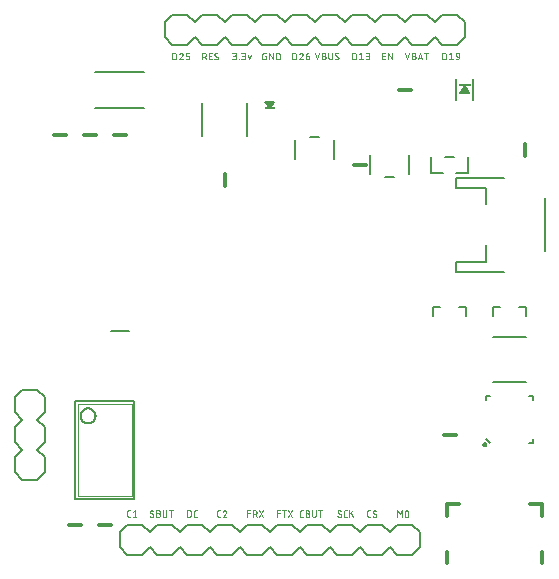
<source format=gto>
G75*
%MOIN*%
%OFA0B0*%
%FSLAX25Y25*%
%IPPOS*%
%LPD*%
%AMOC8*
5,1,8,0,0,1.08239X$1,22.5*
%
%ADD10C,0.00200*%
%ADD11C,0.01200*%
%ADD12C,0.00800*%
%ADD13R,0.03500X0.00750*%
%ADD14C,0.00600*%
%ADD15R,0.03937X0.00787*%
D10*
X0033913Y0036094D02*
X0051913Y0036094D01*
X0051913Y0066598D01*
X0033913Y0066598D01*
X0033913Y0036094D01*
X0050513Y0030658D02*
X0050513Y0029435D01*
X0050515Y0029392D01*
X0050520Y0029350D01*
X0050530Y0029308D01*
X0050542Y0029268D01*
X0050559Y0029228D01*
X0050579Y0029191D01*
X0050601Y0029155D01*
X0050627Y0029121D01*
X0050656Y0029089D01*
X0050688Y0029060D01*
X0050722Y0029034D01*
X0050758Y0029012D01*
X0050795Y0028992D01*
X0050835Y0028975D01*
X0050875Y0028963D01*
X0050917Y0028953D01*
X0050959Y0028948D01*
X0051002Y0028946D01*
X0051491Y0028946D01*
X0052320Y0028946D02*
X0053542Y0028946D01*
X0052931Y0028946D02*
X0052931Y0031146D01*
X0052320Y0030658D01*
X0051491Y0031146D02*
X0051002Y0031146D01*
X0051002Y0031147D02*
X0050959Y0031145D01*
X0050917Y0031140D01*
X0050875Y0031130D01*
X0050835Y0031118D01*
X0050795Y0031101D01*
X0050757Y0031081D01*
X0050722Y0031059D01*
X0050688Y0031033D01*
X0050656Y0031004D01*
X0050627Y0030972D01*
X0050601Y0030938D01*
X0050579Y0030902D01*
X0050559Y0030865D01*
X0050542Y0030825D01*
X0050530Y0030785D01*
X0050520Y0030743D01*
X0050515Y0030701D01*
X0050513Y0030658D01*
X0058319Y0030230D02*
X0058991Y0029863D01*
X0058747Y0028946D02*
X0058684Y0028948D01*
X0058622Y0028954D01*
X0058560Y0028963D01*
X0058499Y0028976D01*
X0058438Y0028993D01*
X0058379Y0029014D01*
X0058321Y0029038D01*
X0058265Y0029066D01*
X0058210Y0029097D01*
X0058157Y0029131D01*
X0058107Y0029168D01*
X0058059Y0029208D01*
X0058014Y0029252D01*
X0058991Y0029863D02*
X0059027Y0029840D01*
X0059061Y0029813D01*
X0059093Y0029784D01*
X0059122Y0029752D01*
X0059148Y0029718D01*
X0059171Y0029682D01*
X0059190Y0029643D01*
X0059207Y0029604D01*
X0059219Y0029563D01*
X0059229Y0029521D01*
X0059234Y0029478D01*
X0059236Y0029435D01*
X0059234Y0029392D01*
X0059229Y0029350D01*
X0059219Y0029308D01*
X0059207Y0029268D01*
X0059190Y0029228D01*
X0059170Y0029191D01*
X0059148Y0029155D01*
X0059122Y0029121D01*
X0059093Y0029089D01*
X0059061Y0029060D01*
X0059027Y0029034D01*
X0058992Y0029012D01*
X0058954Y0028992D01*
X0058914Y0028975D01*
X0058874Y0028963D01*
X0058832Y0028953D01*
X0058790Y0028948D01*
X0058747Y0028946D01*
X0059113Y0030964D02*
X0059065Y0030997D01*
X0059014Y0031028D01*
X0058962Y0031056D01*
X0058908Y0031079D01*
X0058853Y0031100D01*
X0058796Y0031117D01*
X0058739Y0031130D01*
X0058681Y0031139D01*
X0058622Y0031145D01*
X0058563Y0031147D01*
X0058520Y0031145D01*
X0058478Y0031140D01*
X0058436Y0031130D01*
X0058396Y0031118D01*
X0058356Y0031101D01*
X0058319Y0031081D01*
X0058283Y0031059D01*
X0058249Y0031033D01*
X0058217Y0031004D01*
X0058188Y0030972D01*
X0058162Y0030938D01*
X0058140Y0030903D01*
X0058120Y0030865D01*
X0058103Y0030825D01*
X0058091Y0030785D01*
X0058081Y0030743D01*
X0058076Y0030701D01*
X0058074Y0030658D01*
X0058076Y0030615D01*
X0058081Y0030572D01*
X0058091Y0030530D01*
X0058103Y0030489D01*
X0058120Y0030450D01*
X0058139Y0030411D01*
X0058162Y0030375D01*
X0058188Y0030341D01*
X0058217Y0030309D01*
X0058249Y0030280D01*
X0058283Y0030253D01*
X0058319Y0030230D01*
X0060206Y0030169D02*
X0060817Y0030169D01*
X0060860Y0030171D01*
X0060902Y0030176D01*
X0060944Y0030186D01*
X0060984Y0030198D01*
X0061024Y0030215D01*
X0061062Y0030235D01*
X0061097Y0030257D01*
X0061131Y0030283D01*
X0061163Y0030312D01*
X0061192Y0030344D01*
X0061218Y0030378D01*
X0061240Y0030414D01*
X0061260Y0030451D01*
X0061277Y0030491D01*
X0061289Y0030531D01*
X0061299Y0030573D01*
X0061304Y0030615D01*
X0061306Y0030658D01*
X0061304Y0030701D01*
X0061299Y0030743D01*
X0061289Y0030785D01*
X0061277Y0030825D01*
X0061260Y0030865D01*
X0061240Y0030903D01*
X0061218Y0030938D01*
X0061192Y0030972D01*
X0061163Y0031004D01*
X0061131Y0031033D01*
X0061097Y0031059D01*
X0061062Y0031081D01*
X0061024Y0031101D01*
X0060984Y0031118D01*
X0060944Y0031130D01*
X0060902Y0031140D01*
X0060860Y0031145D01*
X0060817Y0031147D01*
X0060817Y0031146D02*
X0060206Y0031146D01*
X0060206Y0028946D01*
X0060817Y0028946D01*
X0060817Y0028947D02*
X0060865Y0028949D01*
X0060913Y0028955D01*
X0060960Y0028964D01*
X0061006Y0028977D01*
X0061051Y0028994D01*
X0061094Y0029014D01*
X0061136Y0029037D01*
X0061176Y0029064D01*
X0061214Y0029093D01*
X0061249Y0029126D01*
X0061282Y0029161D01*
X0061311Y0029199D01*
X0061338Y0029239D01*
X0061361Y0029281D01*
X0061381Y0029324D01*
X0061398Y0029369D01*
X0061411Y0029415D01*
X0061420Y0029462D01*
X0061426Y0029510D01*
X0061428Y0029558D01*
X0061426Y0029606D01*
X0061420Y0029654D01*
X0061411Y0029701D01*
X0061398Y0029747D01*
X0061381Y0029792D01*
X0061361Y0029835D01*
X0061338Y0029877D01*
X0061311Y0029917D01*
X0061282Y0029955D01*
X0061249Y0029990D01*
X0061214Y0030023D01*
X0061176Y0030052D01*
X0061136Y0030079D01*
X0061094Y0030102D01*
X0061051Y0030122D01*
X0061006Y0030139D01*
X0060960Y0030152D01*
X0060913Y0030161D01*
X0060865Y0030167D01*
X0060817Y0030169D01*
X0062333Y0029558D02*
X0062333Y0031146D01*
X0063556Y0031146D02*
X0063556Y0029558D01*
X0063555Y0029558D02*
X0063553Y0029510D01*
X0063547Y0029462D01*
X0063538Y0029415D01*
X0063525Y0029369D01*
X0063508Y0029324D01*
X0063488Y0029281D01*
X0063465Y0029239D01*
X0063438Y0029199D01*
X0063409Y0029161D01*
X0063376Y0029126D01*
X0063341Y0029093D01*
X0063303Y0029064D01*
X0063263Y0029037D01*
X0063221Y0029014D01*
X0063178Y0028994D01*
X0063133Y0028977D01*
X0063087Y0028964D01*
X0063040Y0028955D01*
X0062992Y0028949D01*
X0062944Y0028947D01*
X0062896Y0028949D01*
X0062848Y0028955D01*
X0062801Y0028964D01*
X0062755Y0028977D01*
X0062710Y0028994D01*
X0062667Y0029014D01*
X0062625Y0029037D01*
X0062585Y0029064D01*
X0062547Y0029093D01*
X0062512Y0029126D01*
X0062479Y0029161D01*
X0062450Y0029199D01*
X0062423Y0029239D01*
X0062400Y0029281D01*
X0062380Y0029324D01*
X0062363Y0029369D01*
X0062350Y0029415D01*
X0062341Y0029462D01*
X0062335Y0029510D01*
X0062333Y0029558D01*
X0064421Y0031146D02*
X0065644Y0031146D01*
X0065032Y0031146D02*
X0065032Y0028946D01*
X0070513Y0028946D02*
X0071124Y0028946D01*
X0070513Y0028946D02*
X0070513Y0031146D01*
X0071124Y0031146D01*
X0071172Y0031144D01*
X0071220Y0031138D01*
X0071267Y0031129D01*
X0071313Y0031116D01*
X0071358Y0031099D01*
X0071401Y0031079D01*
X0071443Y0031056D01*
X0071483Y0031029D01*
X0071521Y0031000D01*
X0071556Y0030967D01*
X0071589Y0030932D01*
X0071618Y0030894D01*
X0071645Y0030854D01*
X0071668Y0030812D01*
X0071688Y0030769D01*
X0071705Y0030724D01*
X0071718Y0030678D01*
X0071727Y0030631D01*
X0071733Y0030583D01*
X0071735Y0030535D01*
X0071736Y0030535D02*
X0071736Y0029558D01*
X0071735Y0029558D02*
X0071733Y0029510D01*
X0071727Y0029462D01*
X0071718Y0029415D01*
X0071705Y0029369D01*
X0071688Y0029324D01*
X0071668Y0029281D01*
X0071645Y0029239D01*
X0071618Y0029199D01*
X0071589Y0029161D01*
X0071556Y0029126D01*
X0071521Y0029093D01*
X0071483Y0029064D01*
X0071443Y0029037D01*
X0071401Y0029014D01*
X0071358Y0028994D01*
X0071313Y0028977D01*
X0071267Y0028964D01*
X0071220Y0028955D01*
X0071172Y0028949D01*
X0071124Y0028947D01*
X0072739Y0029435D02*
X0072739Y0030658D01*
X0072741Y0030701D01*
X0072746Y0030743D01*
X0072756Y0030785D01*
X0072768Y0030825D01*
X0072785Y0030865D01*
X0072805Y0030902D01*
X0072827Y0030938D01*
X0072853Y0030972D01*
X0072882Y0031004D01*
X0072914Y0031033D01*
X0072948Y0031059D01*
X0072983Y0031081D01*
X0073021Y0031101D01*
X0073061Y0031118D01*
X0073101Y0031130D01*
X0073143Y0031140D01*
X0073185Y0031145D01*
X0073228Y0031147D01*
X0073228Y0031146D02*
X0073717Y0031146D01*
X0072739Y0029435D02*
X0072741Y0029392D01*
X0072746Y0029350D01*
X0072756Y0029308D01*
X0072768Y0029268D01*
X0072785Y0029228D01*
X0072805Y0029191D01*
X0072827Y0029155D01*
X0072853Y0029121D01*
X0072882Y0029089D01*
X0072914Y0029060D01*
X0072948Y0029034D01*
X0072984Y0029012D01*
X0073021Y0028992D01*
X0073061Y0028975D01*
X0073101Y0028963D01*
X0073143Y0028953D01*
X0073185Y0028948D01*
X0073228Y0028946D01*
X0073717Y0028946D01*
X0080513Y0029435D02*
X0080513Y0030658D01*
X0080515Y0030701D01*
X0080520Y0030743D01*
X0080530Y0030785D01*
X0080542Y0030825D01*
X0080559Y0030865D01*
X0080579Y0030902D01*
X0080601Y0030938D01*
X0080627Y0030972D01*
X0080656Y0031004D01*
X0080688Y0031033D01*
X0080722Y0031059D01*
X0080757Y0031081D01*
X0080795Y0031101D01*
X0080835Y0031118D01*
X0080875Y0031130D01*
X0080917Y0031140D01*
X0080959Y0031145D01*
X0081002Y0031147D01*
X0081002Y0031146D02*
X0081491Y0031146D01*
X0083359Y0030168D02*
X0083392Y0030202D01*
X0083422Y0030239D01*
X0083450Y0030279D01*
X0083474Y0030320D01*
X0083494Y0030363D01*
X0083511Y0030408D01*
X0083525Y0030454D01*
X0083534Y0030501D01*
X0083540Y0030548D01*
X0083542Y0030596D01*
X0083359Y0030169D02*
X0082320Y0028946D01*
X0083542Y0028946D01*
X0082319Y0030658D02*
X0082337Y0030707D01*
X0082359Y0030755D01*
X0082384Y0030801D01*
X0082412Y0030844D01*
X0082444Y0030886D01*
X0082478Y0030926D01*
X0082515Y0030962D01*
X0082555Y0030996D01*
X0082598Y0031027D01*
X0082642Y0031054D01*
X0082688Y0031078D01*
X0082736Y0031099D01*
X0082786Y0031116D01*
X0082836Y0031130D01*
X0082888Y0031139D01*
X0082940Y0031145D01*
X0082992Y0031147D01*
X0082992Y0031146D02*
X0083037Y0031144D01*
X0083083Y0031138D01*
X0083127Y0031129D01*
X0083171Y0031116D01*
X0083213Y0031100D01*
X0083254Y0031080D01*
X0083293Y0031056D01*
X0083330Y0031030D01*
X0083365Y0031001D01*
X0083397Y0030969D01*
X0083426Y0030934D01*
X0083452Y0030897D01*
X0083476Y0030858D01*
X0083496Y0030817D01*
X0083512Y0030775D01*
X0083525Y0030731D01*
X0083534Y0030687D01*
X0083540Y0030641D01*
X0083542Y0030596D01*
X0081491Y0028946D02*
X0081002Y0028946D01*
X0080959Y0028948D01*
X0080917Y0028953D01*
X0080875Y0028963D01*
X0080835Y0028975D01*
X0080795Y0028992D01*
X0080758Y0029012D01*
X0080722Y0029034D01*
X0080688Y0029060D01*
X0080656Y0029089D01*
X0080627Y0029121D01*
X0080601Y0029155D01*
X0080579Y0029191D01*
X0080559Y0029228D01*
X0080542Y0029268D01*
X0080530Y0029308D01*
X0080520Y0029350D01*
X0080515Y0029392D01*
X0080513Y0029435D01*
X0090513Y0028946D02*
X0090513Y0031146D01*
X0091491Y0031146D01*
X0092395Y0031146D02*
X0092395Y0028946D01*
X0092395Y0029924D02*
X0093006Y0029924D01*
X0093129Y0029924D02*
X0093617Y0028946D01*
X0094419Y0028946D02*
X0095885Y0031146D01*
X0094419Y0031146D02*
X0095885Y0028946D01*
X0093006Y0029924D02*
X0093054Y0029926D01*
X0093102Y0029932D01*
X0093149Y0029941D01*
X0093195Y0029954D01*
X0093240Y0029971D01*
X0093283Y0029991D01*
X0093325Y0030014D01*
X0093365Y0030041D01*
X0093403Y0030070D01*
X0093438Y0030103D01*
X0093471Y0030138D01*
X0093500Y0030176D01*
X0093527Y0030216D01*
X0093550Y0030258D01*
X0093570Y0030301D01*
X0093587Y0030346D01*
X0093600Y0030392D01*
X0093609Y0030439D01*
X0093615Y0030487D01*
X0093617Y0030535D01*
X0093615Y0030583D01*
X0093609Y0030631D01*
X0093600Y0030678D01*
X0093587Y0030724D01*
X0093570Y0030769D01*
X0093550Y0030812D01*
X0093527Y0030854D01*
X0093500Y0030894D01*
X0093471Y0030932D01*
X0093438Y0030967D01*
X0093403Y0031000D01*
X0093365Y0031029D01*
X0093325Y0031056D01*
X0093283Y0031079D01*
X0093240Y0031099D01*
X0093195Y0031116D01*
X0093149Y0031129D01*
X0093102Y0031138D01*
X0093054Y0031144D01*
X0093006Y0031146D01*
X0092395Y0031146D01*
X0091491Y0030169D02*
X0090513Y0030169D01*
X0100513Y0030169D02*
X0101491Y0030169D01*
X0101491Y0031146D02*
X0100513Y0031146D01*
X0100513Y0028946D01*
X0102776Y0028946D02*
X0102776Y0031146D01*
X0102165Y0031146D02*
X0103387Y0031146D01*
X0104059Y0031146D02*
X0105525Y0028946D01*
X0104059Y0028946D02*
X0105525Y0031146D01*
X0108013Y0030658D02*
X0108013Y0029435D01*
X0108015Y0029392D01*
X0108020Y0029350D01*
X0108030Y0029308D01*
X0108042Y0029268D01*
X0108059Y0029228D01*
X0108079Y0029191D01*
X0108101Y0029155D01*
X0108127Y0029121D01*
X0108156Y0029089D01*
X0108188Y0029060D01*
X0108222Y0029034D01*
X0108258Y0029012D01*
X0108295Y0028992D01*
X0108335Y0028975D01*
X0108375Y0028963D01*
X0108417Y0028953D01*
X0108459Y0028948D01*
X0108502Y0028946D01*
X0108991Y0028946D01*
X0109924Y0028946D02*
X0109924Y0031146D01*
X0110536Y0031146D01*
X0110536Y0031147D02*
X0110579Y0031145D01*
X0110621Y0031140D01*
X0110663Y0031130D01*
X0110703Y0031118D01*
X0110743Y0031101D01*
X0110781Y0031081D01*
X0110816Y0031059D01*
X0110850Y0031033D01*
X0110882Y0031004D01*
X0110911Y0030972D01*
X0110937Y0030938D01*
X0110959Y0030903D01*
X0110979Y0030865D01*
X0110996Y0030825D01*
X0111008Y0030785D01*
X0111018Y0030743D01*
X0111023Y0030701D01*
X0111025Y0030658D01*
X0111023Y0030615D01*
X0111018Y0030573D01*
X0111008Y0030531D01*
X0110996Y0030491D01*
X0110979Y0030451D01*
X0110959Y0030414D01*
X0110937Y0030378D01*
X0110911Y0030344D01*
X0110882Y0030312D01*
X0110850Y0030283D01*
X0110816Y0030257D01*
X0110781Y0030235D01*
X0110743Y0030215D01*
X0110703Y0030198D01*
X0110663Y0030186D01*
X0110621Y0030176D01*
X0110579Y0030171D01*
X0110536Y0030169D01*
X0109924Y0030169D01*
X0110536Y0030169D02*
X0110584Y0030167D01*
X0110632Y0030161D01*
X0110679Y0030152D01*
X0110725Y0030139D01*
X0110770Y0030122D01*
X0110813Y0030102D01*
X0110855Y0030079D01*
X0110895Y0030052D01*
X0110933Y0030023D01*
X0110968Y0029990D01*
X0111001Y0029955D01*
X0111030Y0029917D01*
X0111057Y0029877D01*
X0111080Y0029835D01*
X0111100Y0029792D01*
X0111117Y0029747D01*
X0111130Y0029701D01*
X0111139Y0029654D01*
X0111145Y0029606D01*
X0111147Y0029558D01*
X0111145Y0029510D01*
X0111139Y0029462D01*
X0111130Y0029415D01*
X0111117Y0029369D01*
X0111100Y0029324D01*
X0111080Y0029281D01*
X0111057Y0029239D01*
X0111030Y0029199D01*
X0111001Y0029161D01*
X0110968Y0029126D01*
X0110933Y0029093D01*
X0110895Y0029064D01*
X0110855Y0029037D01*
X0110813Y0029014D01*
X0110770Y0028994D01*
X0110725Y0028977D01*
X0110679Y0028964D01*
X0110632Y0028955D01*
X0110584Y0028949D01*
X0110536Y0028947D01*
X0110536Y0028946D02*
X0109924Y0028946D01*
X0112052Y0029558D02*
X0112052Y0031146D01*
X0113274Y0031146D02*
X0113274Y0029558D01*
X0113272Y0029510D01*
X0113266Y0029462D01*
X0113257Y0029415D01*
X0113244Y0029369D01*
X0113227Y0029324D01*
X0113207Y0029281D01*
X0113184Y0029239D01*
X0113157Y0029199D01*
X0113128Y0029161D01*
X0113095Y0029126D01*
X0113060Y0029093D01*
X0113022Y0029064D01*
X0112982Y0029037D01*
X0112940Y0029014D01*
X0112897Y0028994D01*
X0112852Y0028977D01*
X0112806Y0028964D01*
X0112759Y0028955D01*
X0112711Y0028949D01*
X0112663Y0028947D01*
X0112615Y0028949D01*
X0112567Y0028955D01*
X0112520Y0028964D01*
X0112474Y0028977D01*
X0112429Y0028994D01*
X0112386Y0029014D01*
X0112344Y0029037D01*
X0112304Y0029064D01*
X0112266Y0029093D01*
X0112231Y0029126D01*
X0112198Y0029161D01*
X0112169Y0029199D01*
X0112142Y0029239D01*
X0112119Y0029281D01*
X0112099Y0029324D01*
X0112082Y0029369D01*
X0112069Y0029415D01*
X0112060Y0029462D01*
X0112054Y0029510D01*
X0112052Y0029558D01*
X0114140Y0031146D02*
X0115362Y0031146D01*
X0114751Y0031146D02*
X0114751Y0028946D01*
X0108991Y0031146D02*
X0108502Y0031146D01*
X0108502Y0031147D02*
X0108459Y0031145D01*
X0108417Y0031140D01*
X0108375Y0031130D01*
X0108335Y0031118D01*
X0108295Y0031101D01*
X0108257Y0031081D01*
X0108222Y0031059D01*
X0108188Y0031033D01*
X0108156Y0031004D01*
X0108127Y0030972D01*
X0108101Y0030938D01*
X0108079Y0030902D01*
X0108059Y0030865D01*
X0108042Y0030825D01*
X0108030Y0030785D01*
X0108020Y0030743D01*
X0108015Y0030701D01*
X0108013Y0030658D01*
X0120819Y0030230D02*
X0121491Y0029863D01*
X0121247Y0028946D02*
X0121184Y0028948D01*
X0121122Y0028954D01*
X0121060Y0028963D01*
X0120999Y0028976D01*
X0120938Y0028993D01*
X0120879Y0029014D01*
X0120821Y0029038D01*
X0120765Y0029066D01*
X0120710Y0029097D01*
X0120657Y0029131D01*
X0120607Y0029168D01*
X0120559Y0029208D01*
X0120514Y0029252D01*
X0121491Y0029863D02*
X0121527Y0029840D01*
X0121561Y0029813D01*
X0121593Y0029784D01*
X0121622Y0029752D01*
X0121648Y0029718D01*
X0121671Y0029682D01*
X0121690Y0029643D01*
X0121707Y0029604D01*
X0121719Y0029563D01*
X0121729Y0029521D01*
X0121734Y0029478D01*
X0121736Y0029435D01*
X0121734Y0029392D01*
X0121729Y0029350D01*
X0121719Y0029308D01*
X0121707Y0029268D01*
X0121690Y0029228D01*
X0121670Y0029191D01*
X0121648Y0029155D01*
X0121622Y0029121D01*
X0121593Y0029089D01*
X0121561Y0029060D01*
X0121527Y0029034D01*
X0121492Y0029012D01*
X0121454Y0028992D01*
X0121414Y0028975D01*
X0121374Y0028963D01*
X0121332Y0028953D01*
X0121290Y0028948D01*
X0121247Y0028946D01*
X0121613Y0030964D02*
X0121565Y0030997D01*
X0121514Y0031028D01*
X0121462Y0031056D01*
X0121408Y0031079D01*
X0121353Y0031100D01*
X0121296Y0031117D01*
X0121239Y0031130D01*
X0121181Y0031139D01*
X0121122Y0031145D01*
X0121063Y0031147D01*
X0121020Y0031145D01*
X0120978Y0031140D01*
X0120936Y0031130D01*
X0120896Y0031118D01*
X0120856Y0031101D01*
X0120819Y0031081D01*
X0120783Y0031059D01*
X0120749Y0031033D01*
X0120717Y0031004D01*
X0120688Y0030972D01*
X0120662Y0030938D01*
X0120640Y0030903D01*
X0120620Y0030865D01*
X0120603Y0030825D01*
X0120591Y0030785D01*
X0120581Y0030743D01*
X0120576Y0030701D01*
X0120574Y0030658D01*
X0120576Y0030615D01*
X0120581Y0030572D01*
X0120591Y0030530D01*
X0120603Y0030489D01*
X0120620Y0030450D01*
X0120639Y0030411D01*
X0120662Y0030375D01*
X0120688Y0030341D01*
X0120717Y0030309D01*
X0120749Y0030280D01*
X0120783Y0030253D01*
X0120819Y0030230D01*
X0122595Y0030658D02*
X0122595Y0029435D01*
X0122597Y0029392D01*
X0122602Y0029350D01*
X0122612Y0029308D01*
X0122624Y0029268D01*
X0122641Y0029228D01*
X0122661Y0029191D01*
X0122683Y0029155D01*
X0122709Y0029121D01*
X0122738Y0029089D01*
X0122770Y0029060D01*
X0122804Y0029034D01*
X0122840Y0029012D01*
X0122877Y0028992D01*
X0122917Y0028975D01*
X0122957Y0028963D01*
X0122999Y0028953D01*
X0123041Y0028948D01*
X0123084Y0028946D01*
X0123573Y0028946D01*
X0124506Y0028946D02*
X0124506Y0031146D01*
X0123573Y0031146D02*
X0123084Y0031146D01*
X0123084Y0031147D02*
X0123041Y0031145D01*
X0122999Y0031140D01*
X0122957Y0031130D01*
X0122917Y0031118D01*
X0122877Y0031101D01*
X0122839Y0031081D01*
X0122804Y0031059D01*
X0122770Y0031033D01*
X0122738Y0031004D01*
X0122709Y0030972D01*
X0122683Y0030938D01*
X0122661Y0030902D01*
X0122641Y0030865D01*
X0122624Y0030825D01*
X0122612Y0030785D01*
X0122602Y0030743D01*
X0122597Y0030701D01*
X0122595Y0030658D01*
X0124506Y0029802D02*
X0125728Y0031146D01*
X0124995Y0030291D02*
X0125728Y0028946D01*
X0130513Y0029435D02*
X0130513Y0030658D01*
X0130515Y0030701D01*
X0130520Y0030743D01*
X0130530Y0030785D01*
X0130542Y0030825D01*
X0130559Y0030865D01*
X0130579Y0030902D01*
X0130601Y0030938D01*
X0130627Y0030972D01*
X0130656Y0031004D01*
X0130688Y0031033D01*
X0130722Y0031059D01*
X0130757Y0031081D01*
X0130795Y0031101D01*
X0130835Y0031118D01*
X0130875Y0031130D01*
X0130917Y0031140D01*
X0130959Y0031145D01*
X0131002Y0031147D01*
X0131002Y0031146D02*
X0131491Y0031146D01*
X0132309Y0030658D02*
X0132311Y0030701D01*
X0132316Y0030743D01*
X0132326Y0030785D01*
X0132338Y0030825D01*
X0132355Y0030865D01*
X0132375Y0030903D01*
X0132397Y0030938D01*
X0132423Y0030972D01*
X0132452Y0031004D01*
X0132484Y0031033D01*
X0132518Y0031059D01*
X0132554Y0031081D01*
X0132591Y0031101D01*
X0132631Y0031118D01*
X0132671Y0031130D01*
X0132713Y0031140D01*
X0132755Y0031145D01*
X0132798Y0031147D01*
X0132308Y0030658D02*
X0132310Y0030615D01*
X0132315Y0030572D01*
X0132325Y0030530D01*
X0132337Y0030489D01*
X0132354Y0030450D01*
X0132373Y0030411D01*
X0132396Y0030375D01*
X0132422Y0030341D01*
X0132451Y0030309D01*
X0132483Y0030280D01*
X0132517Y0030253D01*
X0132553Y0030230D01*
X0133226Y0029863D01*
X0132981Y0028946D02*
X0132918Y0028948D01*
X0132856Y0028954D01*
X0132794Y0028963D01*
X0132733Y0028976D01*
X0132672Y0028993D01*
X0132613Y0029014D01*
X0132555Y0029038D01*
X0132499Y0029066D01*
X0132444Y0029097D01*
X0132391Y0029131D01*
X0132341Y0029168D01*
X0132293Y0029208D01*
X0132248Y0029252D01*
X0133225Y0029863D02*
X0133261Y0029840D01*
X0133295Y0029813D01*
X0133327Y0029784D01*
X0133356Y0029752D01*
X0133382Y0029718D01*
X0133405Y0029682D01*
X0133424Y0029643D01*
X0133441Y0029604D01*
X0133453Y0029563D01*
X0133463Y0029521D01*
X0133468Y0029478D01*
X0133470Y0029435D01*
X0133468Y0029392D01*
X0133463Y0029350D01*
X0133453Y0029308D01*
X0133441Y0029268D01*
X0133424Y0029228D01*
X0133404Y0029191D01*
X0133382Y0029155D01*
X0133356Y0029121D01*
X0133327Y0029089D01*
X0133295Y0029060D01*
X0133261Y0029034D01*
X0133226Y0029012D01*
X0133188Y0028992D01*
X0133148Y0028975D01*
X0133108Y0028963D01*
X0133066Y0028953D01*
X0133024Y0028948D01*
X0132981Y0028946D01*
X0133348Y0030964D02*
X0133300Y0030997D01*
X0133249Y0031028D01*
X0133197Y0031056D01*
X0133143Y0031079D01*
X0133088Y0031100D01*
X0133031Y0031117D01*
X0132974Y0031130D01*
X0132916Y0031139D01*
X0132857Y0031145D01*
X0132798Y0031147D01*
X0131002Y0028946D02*
X0130959Y0028948D01*
X0130917Y0028953D01*
X0130875Y0028963D01*
X0130835Y0028975D01*
X0130795Y0028992D01*
X0130758Y0029012D01*
X0130722Y0029034D01*
X0130688Y0029060D01*
X0130656Y0029089D01*
X0130627Y0029121D01*
X0130601Y0029155D01*
X0130579Y0029191D01*
X0130559Y0029228D01*
X0130542Y0029268D01*
X0130530Y0029308D01*
X0130520Y0029350D01*
X0130515Y0029392D01*
X0130513Y0029435D01*
X0131002Y0028946D02*
X0131491Y0028946D01*
X0140513Y0028946D02*
X0140513Y0031146D01*
X0141247Y0029924D01*
X0141980Y0031146D01*
X0141980Y0028946D01*
X0143012Y0029558D02*
X0143012Y0030535D01*
X0143014Y0030583D01*
X0143020Y0030631D01*
X0143029Y0030678D01*
X0143042Y0030724D01*
X0143059Y0030769D01*
X0143079Y0030812D01*
X0143102Y0030854D01*
X0143129Y0030894D01*
X0143158Y0030932D01*
X0143191Y0030967D01*
X0143226Y0031000D01*
X0143264Y0031029D01*
X0143304Y0031056D01*
X0143346Y0031079D01*
X0143389Y0031099D01*
X0143434Y0031116D01*
X0143480Y0031129D01*
X0143527Y0031138D01*
X0143575Y0031144D01*
X0143623Y0031146D01*
X0143671Y0031144D01*
X0143719Y0031138D01*
X0143766Y0031129D01*
X0143812Y0031116D01*
X0143857Y0031099D01*
X0143900Y0031079D01*
X0143942Y0031056D01*
X0143982Y0031029D01*
X0144020Y0031000D01*
X0144055Y0030967D01*
X0144088Y0030932D01*
X0144117Y0030894D01*
X0144144Y0030854D01*
X0144167Y0030812D01*
X0144187Y0030769D01*
X0144204Y0030724D01*
X0144217Y0030678D01*
X0144226Y0030631D01*
X0144232Y0030583D01*
X0144234Y0030535D01*
X0144234Y0029558D01*
X0144232Y0029510D01*
X0144226Y0029462D01*
X0144217Y0029415D01*
X0144204Y0029369D01*
X0144187Y0029324D01*
X0144167Y0029281D01*
X0144144Y0029239D01*
X0144117Y0029199D01*
X0144088Y0029161D01*
X0144055Y0029126D01*
X0144020Y0029093D01*
X0143982Y0029064D01*
X0143942Y0029037D01*
X0143900Y0029014D01*
X0143857Y0028994D01*
X0143812Y0028977D01*
X0143766Y0028964D01*
X0143719Y0028955D01*
X0143671Y0028949D01*
X0143623Y0028947D01*
X0143575Y0028949D01*
X0143527Y0028955D01*
X0143480Y0028964D01*
X0143434Y0028977D01*
X0143389Y0028994D01*
X0143346Y0029014D01*
X0143304Y0029037D01*
X0143264Y0029064D01*
X0143226Y0029093D01*
X0143191Y0029126D01*
X0143158Y0029161D01*
X0143129Y0029199D01*
X0143102Y0029239D01*
X0143079Y0029281D01*
X0143059Y0029324D01*
X0143042Y0029369D01*
X0143029Y0029415D01*
X0143020Y0029462D01*
X0143014Y0029510D01*
X0143012Y0029558D01*
X0143747Y0181446D02*
X0144480Y0183646D01*
X0145400Y0183646D02*
X0146011Y0183646D01*
X0146011Y0183647D02*
X0146054Y0183645D01*
X0146096Y0183640D01*
X0146138Y0183630D01*
X0146178Y0183618D01*
X0146218Y0183601D01*
X0146256Y0183581D01*
X0146291Y0183559D01*
X0146325Y0183533D01*
X0146357Y0183504D01*
X0146386Y0183472D01*
X0146412Y0183438D01*
X0146434Y0183403D01*
X0146454Y0183365D01*
X0146471Y0183325D01*
X0146483Y0183285D01*
X0146493Y0183243D01*
X0146498Y0183201D01*
X0146500Y0183158D01*
X0146498Y0183115D01*
X0146493Y0183073D01*
X0146483Y0183031D01*
X0146471Y0182991D01*
X0146454Y0182951D01*
X0146434Y0182914D01*
X0146412Y0182878D01*
X0146386Y0182844D01*
X0146357Y0182812D01*
X0146325Y0182783D01*
X0146291Y0182757D01*
X0146256Y0182735D01*
X0146218Y0182715D01*
X0146178Y0182698D01*
X0146138Y0182686D01*
X0146096Y0182676D01*
X0146054Y0182671D01*
X0146011Y0182669D01*
X0145400Y0182669D01*
X0146011Y0182669D02*
X0146059Y0182667D01*
X0146107Y0182661D01*
X0146154Y0182652D01*
X0146200Y0182639D01*
X0146245Y0182622D01*
X0146288Y0182602D01*
X0146330Y0182579D01*
X0146370Y0182552D01*
X0146408Y0182523D01*
X0146443Y0182490D01*
X0146476Y0182455D01*
X0146505Y0182417D01*
X0146532Y0182377D01*
X0146555Y0182335D01*
X0146575Y0182292D01*
X0146592Y0182247D01*
X0146605Y0182201D01*
X0146614Y0182154D01*
X0146620Y0182106D01*
X0146622Y0182058D01*
X0146620Y0182010D01*
X0146614Y0181962D01*
X0146605Y0181915D01*
X0146592Y0181869D01*
X0146575Y0181824D01*
X0146555Y0181781D01*
X0146532Y0181739D01*
X0146505Y0181699D01*
X0146476Y0181661D01*
X0146443Y0181626D01*
X0146408Y0181593D01*
X0146370Y0181564D01*
X0146330Y0181537D01*
X0146288Y0181514D01*
X0146245Y0181494D01*
X0146200Y0181477D01*
X0146154Y0181464D01*
X0146107Y0181455D01*
X0146059Y0181449D01*
X0146011Y0181447D01*
X0146011Y0181446D02*
X0145400Y0181446D01*
X0145400Y0183646D01*
X0143013Y0183646D02*
X0143747Y0181446D01*
X0147333Y0181446D02*
X0148067Y0183646D01*
X0148800Y0181446D01*
X0148617Y0181996D02*
X0147517Y0181996D01*
X0149472Y0183646D02*
X0150694Y0183646D01*
X0150083Y0183646D02*
X0150083Y0181446D01*
X0155513Y0181446D02*
X0156124Y0181446D01*
X0155513Y0181446D02*
X0155513Y0183646D01*
X0156124Y0183646D01*
X0156172Y0183644D01*
X0156220Y0183638D01*
X0156267Y0183629D01*
X0156313Y0183616D01*
X0156358Y0183599D01*
X0156401Y0183579D01*
X0156443Y0183556D01*
X0156483Y0183529D01*
X0156521Y0183500D01*
X0156556Y0183467D01*
X0156589Y0183432D01*
X0156618Y0183394D01*
X0156645Y0183354D01*
X0156668Y0183312D01*
X0156688Y0183269D01*
X0156705Y0183224D01*
X0156718Y0183178D01*
X0156727Y0183131D01*
X0156733Y0183083D01*
X0156735Y0183035D01*
X0156736Y0183035D02*
X0156736Y0182058D01*
X0156735Y0182058D02*
X0156733Y0182010D01*
X0156727Y0181962D01*
X0156718Y0181915D01*
X0156705Y0181869D01*
X0156688Y0181824D01*
X0156668Y0181781D01*
X0156645Y0181739D01*
X0156618Y0181699D01*
X0156589Y0181661D01*
X0156556Y0181626D01*
X0156521Y0181593D01*
X0156483Y0181564D01*
X0156443Y0181537D01*
X0156401Y0181514D01*
X0156358Y0181494D01*
X0156313Y0181477D01*
X0156267Y0181464D01*
X0156220Y0181455D01*
X0156172Y0181449D01*
X0156124Y0181447D01*
X0157745Y0181446D02*
X0158968Y0181446D01*
X0158356Y0181446D02*
X0158356Y0183646D01*
X0157745Y0183158D01*
X0159905Y0183035D02*
X0159905Y0182913D01*
X0159907Y0182870D01*
X0159912Y0182828D01*
X0159922Y0182786D01*
X0159934Y0182746D01*
X0159951Y0182706D01*
X0159971Y0182669D01*
X0159993Y0182633D01*
X0160019Y0182599D01*
X0160048Y0182567D01*
X0160080Y0182538D01*
X0160114Y0182512D01*
X0160149Y0182490D01*
X0160187Y0182470D01*
X0160227Y0182453D01*
X0160267Y0182441D01*
X0160309Y0182431D01*
X0160351Y0182426D01*
X0160394Y0182424D01*
X0161128Y0182424D01*
X0161128Y0183035D01*
X0161127Y0183035D02*
X0161125Y0183083D01*
X0161119Y0183131D01*
X0161110Y0183178D01*
X0161097Y0183224D01*
X0161080Y0183269D01*
X0161060Y0183312D01*
X0161037Y0183354D01*
X0161010Y0183394D01*
X0160981Y0183432D01*
X0160948Y0183467D01*
X0160913Y0183500D01*
X0160875Y0183529D01*
X0160835Y0183556D01*
X0160793Y0183579D01*
X0160750Y0183599D01*
X0160705Y0183616D01*
X0160659Y0183629D01*
X0160612Y0183638D01*
X0160564Y0183644D01*
X0160516Y0183646D01*
X0160468Y0183644D01*
X0160420Y0183638D01*
X0160373Y0183629D01*
X0160327Y0183616D01*
X0160282Y0183599D01*
X0160239Y0183579D01*
X0160197Y0183556D01*
X0160157Y0183529D01*
X0160119Y0183500D01*
X0160084Y0183467D01*
X0160051Y0183432D01*
X0160022Y0183394D01*
X0159995Y0183354D01*
X0159972Y0183312D01*
X0159952Y0183269D01*
X0159935Y0183224D01*
X0159922Y0183178D01*
X0159913Y0183131D01*
X0159907Y0183083D01*
X0159905Y0183035D01*
X0161128Y0182424D02*
X0161126Y0182363D01*
X0161120Y0182301D01*
X0161111Y0182241D01*
X0161097Y0182181D01*
X0161080Y0182122D01*
X0161059Y0182064D01*
X0161035Y0182008D01*
X0161007Y0181953D01*
X0160976Y0181900D01*
X0160941Y0181849D01*
X0160904Y0181801D01*
X0160863Y0181755D01*
X0160819Y0181711D01*
X0160773Y0181670D01*
X0160725Y0181633D01*
X0160674Y0181598D01*
X0160621Y0181567D01*
X0160566Y0181539D01*
X0160510Y0181515D01*
X0160452Y0181494D01*
X0160393Y0181477D01*
X0160333Y0181463D01*
X0160273Y0181454D01*
X0160211Y0181448D01*
X0160150Y0181446D01*
X0138603Y0181446D02*
X0138603Y0183646D01*
X0137381Y0183646D02*
X0137381Y0181446D01*
X0136491Y0181446D02*
X0135513Y0181446D01*
X0135513Y0183646D01*
X0136491Y0183646D01*
X0137381Y0183646D02*
X0138603Y0181446D01*
X0136247Y0182669D02*
X0135513Y0182669D01*
X0130639Y0182669D02*
X0130150Y0182669D01*
X0130639Y0182669D02*
X0130682Y0182671D01*
X0130724Y0182676D01*
X0130766Y0182686D01*
X0130806Y0182698D01*
X0130846Y0182715D01*
X0130884Y0182735D01*
X0130919Y0182757D01*
X0130953Y0182783D01*
X0130985Y0182812D01*
X0131014Y0182844D01*
X0131040Y0182878D01*
X0131062Y0182914D01*
X0131082Y0182951D01*
X0131099Y0182991D01*
X0131111Y0183031D01*
X0131121Y0183073D01*
X0131126Y0183115D01*
X0131128Y0183158D01*
X0131126Y0183201D01*
X0131121Y0183243D01*
X0131111Y0183285D01*
X0131099Y0183325D01*
X0131082Y0183365D01*
X0131062Y0183403D01*
X0131040Y0183438D01*
X0131014Y0183472D01*
X0130985Y0183504D01*
X0130953Y0183533D01*
X0130919Y0183559D01*
X0130884Y0183581D01*
X0130846Y0183601D01*
X0130806Y0183618D01*
X0130766Y0183630D01*
X0130724Y0183640D01*
X0130682Y0183645D01*
X0130639Y0183647D01*
X0130639Y0183646D02*
X0129905Y0183646D01*
X0128356Y0183646D02*
X0128356Y0181446D01*
X0127745Y0181446D02*
X0128968Y0181446D01*
X0129905Y0181446D02*
X0130516Y0181446D01*
X0130516Y0181447D02*
X0130564Y0181449D01*
X0130612Y0181455D01*
X0130659Y0181464D01*
X0130705Y0181477D01*
X0130750Y0181494D01*
X0130793Y0181514D01*
X0130835Y0181537D01*
X0130875Y0181564D01*
X0130913Y0181593D01*
X0130948Y0181626D01*
X0130981Y0181661D01*
X0131010Y0181699D01*
X0131037Y0181739D01*
X0131060Y0181781D01*
X0131080Y0181824D01*
X0131097Y0181869D01*
X0131110Y0181915D01*
X0131119Y0181962D01*
X0131125Y0182010D01*
X0131127Y0182058D01*
X0131125Y0182106D01*
X0131119Y0182154D01*
X0131110Y0182201D01*
X0131097Y0182247D01*
X0131080Y0182292D01*
X0131060Y0182335D01*
X0131037Y0182377D01*
X0131010Y0182417D01*
X0130981Y0182455D01*
X0130948Y0182490D01*
X0130913Y0182523D01*
X0130875Y0182552D01*
X0130835Y0182579D01*
X0130793Y0182602D01*
X0130750Y0182622D01*
X0130705Y0182639D01*
X0130659Y0182652D01*
X0130612Y0182661D01*
X0130564Y0182667D01*
X0130516Y0182669D01*
X0128356Y0183646D02*
X0127745Y0183158D01*
X0126736Y0183035D02*
X0126736Y0182058D01*
X0126735Y0182058D02*
X0126733Y0182010D01*
X0126727Y0181962D01*
X0126718Y0181915D01*
X0126705Y0181869D01*
X0126688Y0181824D01*
X0126668Y0181781D01*
X0126645Y0181739D01*
X0126618Y0181699D01*
X0126589Y0181661D01*
X0126556Y0181626D01*
X0126521Y0181593D01*
X0126483Y0181564D01*
X0126443Y0181537D01*
X0126401Y0181514D01*
X0126358Y0181494D01*
X0126313Y0181477D01*
X0126267Y0181464D01*
X0126220Y0181455D01*
X0126172Y0181449D01*
X0126124Y0181447D01*
X0126124Y0181446D02*
X0125513Y0181446D01*
X0125513Y0183646D01*
X0126124Y0183646D01*
X0126172Y0183644D01*
X0126220Y0183638D01*
X0126267Y0183629D01*
X0126313Y0183616D01*
X0126358Y0183599D01*
X0126401Y0183579D01*
X0126443Y0183556D01*
X0126483Y0183529D01*
X0126521Y0183500D01*
X0126556Y0183467D01*
X0126589Y0183432D01*
X0126618Y0183394D01*
X0126645Y0183354D01*
X0126668Y0183312D01*
X0126688Y0183269D01*
X0126705Y0183224D01*
X0126718Y0183178D01*
X0126727Y0183131D01*
X0126733Y0183083D01*
X0126735Y0183035D01*
X0120665Y0182363D02*
X0119993Y0182730D01*
X0120238Y0183647D02*
X0120297Y0183645D01*
X0120356Y0183639D01*
X0120414Y0183630D01*
X0120471Y0183617D01*
X0120528Y0183600D01*
X0120583Y0183579D01*
X0120637Y0183556D01*
X0120689Y0183528D01*
X0120740Y0183497D01*
X0120788Y0183464D01*
X0119993Y0182730D02*
X0119957Y0182753D01*
X0119923Y0182780D01*
X0119891Y0182809D01*
X0119862Y0182841D01*
X0119836Y0182875D01*
X0119813Y0182911D01*
X0119794Y0182950D01*
X0119777Y0182989D01*
X0119765Y0183030D01*
X0119755Y0183072D01*
X0119750Y0183115D01*
X0119748Y0183158D01*
X0119749Y0183158D02*
X0119751Y0183201D01*
X0119756Y0183243D01*
X0119766Y0183285D01*
X0119778Y0183325D01*
X0119795Y0183365D01*
X0119815Y0183403D01*
X0119837Y0183438D01*
X0119863Y0183472D01*
X0119892Y0183504D01*
X0119924Y0183533D01*
X0119958Y0183559D01*
X0119994Y0183581D01*
X0120031Y0183601D01*
X0120071Y0183618D01*
X0120111Y0183630D01*
X0120153Y0183640D01*
X0120195Y0183645D01*
X0120238Y0183647D01*
X0119688Y0181752D02*
X0119733Y0181708D01*
X0119781Y0181668D01*
X0119831Y0181631D01*
X0119884Y0181597D01*
X0119939Y0181566D01*
X0119995Y0181538D01*
X0120053Y0181514D01*
X0120112Y0181493D01*
X0120173Y0181476D01*
X0120234Y0181463D01*
X0120296Y0181454D01*
X0120358Y0181448D01*
X0120421Y0181446D01*
X0120464Y0181448D01*
X0120506Y0181453D01*
X0120548Y0181463D01*
X0120588Y0181475D01*
X0120628Y0181492D01*
X0120666Y0181512D01*
X0120701Y0181534D01*
X0120735Y0181560D01*
X0120767Y0181589D01*
X0120796Y0181621D01*
X0120822Y0181655D01*
X0120844Y0181691D01*
X0120864Y0181728D01*
X0120881Y0181768D01*
X0120893Y0181808D01*
X0120903Y0181850D01*
X0120908Y0181892D01*
X0120910Y0181935D01*
X0120908Y0181978D01*
X0120903Y0182021D01*
X0120893Y0182063D01*
X0120881Y0182104D01*
X0120864Y0182143D01*
X0120845Y0182182D01*
X0120822Y0182218D01*
X0120796Y0182252D01*
X0120767Y0182284D01*
X0120735Y0182313D01*
X0120701Y0182340D01*
X0120665Y0182363D01*
X0118750Y0182058D02*
X0118750Y0183646D01*
X0117528Y0183646D02*
X0117528Y0182058D01*
X0117530Y0182010D01*
X0117536Y0181962D01*
X0117545Y0181915D01*
X0117558Y0181869D01*
X0117575Y0181824D01*
X0117595Y0181781D01*
X0117618Y0181739D01*
X0117645Y0181699D01*
X0117674Y0181661D01*
X0117707Y0181626D01*
X0117742Y0181593D01*
X0117780Y0181564D01*
X0117820Y0181537D01*
X0117862Y0181514D01*
X0117905Y0181494D01*
X0117950Y0181477D01*
X0117996Y0181464D01*
X0118043Y0181455D01*
X0118091Y0181449D01*
X0118139Y0181447D01*
X0118187Y0181449D01*
X0118235Y0181455D01*
X0118282Y0181464D01*
X0118328Y0181477D01*
X0118373Y0181494D01*
X0118416Y0181514D01*
X0118458Y0181537D01*
X0118498Y0181564D01*
X0118536Y0181593D01*
X0118571Y0181626D01*
X0118604Y0181661D01*
X0118633Y0181699D01*
X0118660Y0181739D01*
X0118683Y0181781D01*
X0118703Y0181824D01*
X0118720Y0181869D01*
X0118733Y0181915D01*
X0118742Y0181962D01*
X0118748Y0182010D01*
X0118750Y0182058D01*
X0116011Y0181447D02*
X0116059Y0181449D01*
X0116107Y0181455D01*
X0116154Y0181464D01*
X0116200Y0181477D01*
X0116245Y0181494D01*
X0116288Y0181514D01*
X0116330Y0181537D01*
X0116370Y0181564D01*
X0116408Y0181593D01*
X0116443Y0181626D01*
X0116476Y0181661D01*
X0116505Y0181699D01*
X0116532Y0181739D01*
X0116555Y0181781D01*
X0116575Y0181824D01*
X0116592Y0181869D01*
X0116605Y0181915D01*
X0116614Y0181962D01*
X0116620Y0182010D01*
X0116622Y0182058D01*
X0116620Y0182106D01*
X0116614Y0182154D01*
X0116605Y0182201D01*
X0116592Y0182247D01*
X0116575Y0182292D01*
X0116555Y0182335D01*
X0116532Y0182377D01*
X0116505Y0182417D01*
X0116476Y0182455D01*
X0116443Y0182490D01*
X0116408Y0182523D01*
X0116370Y0182552D01*
X0116330Y0182579D01*
X0116288Y0182602D01*
X0116245Y0182622D01*
X0116200Y0182639D01*
X0116154Y0182652D01*
X0116107Y0182661D01*
X0116059Y0182667D01*
X0116011Y0182669D01*
X0115400Y0182669D01*
X0116011Y0182669D02*
X0116054Y0182671D01*
X0116096Y0182676D01*
X0116138Y0182686D01*
X0116178Y0182698D01*
X0116218Y0182715D01*
X0116256Y0182735D01*
X0116291Y0182757D01*
X0116325Y0182783D01*
X0116357Y0182812D01*
X0116386Y0182844D01*
X0116412Y0182878D01*
X0116434Y0182914D01*
X0116454Y0182951D01*
X0116471Y0182991D01*
X0116483Y0183031D01*
X0116493Y0183073D01*
X0116498Y0183115D01*
X0116500Y0183158D01*
X0116498Y0183201D01*
X0116493Y0183243D01*
X0116483Y0183285D01*
X0116471Y0183325D01*
X0116454Y0183365D01*
X0116434Y0183403D01*
X0116412Y0183438D01*
X0116386Y0183472D01*
X0116357Y0183504D01*
X0116325Y0183533D01*
X0116291Y0183559D01*
X0116256Y0183581D01*
X0116218Y0183601D01*
X0116178Y0183618D01*
X0116138Y0183630D01*
X0116096Y0183640D01*
X0116054Y0183645D01*
X0116011Y0183647D01*
X0116011Y0183646D02*
X0115400Y0183646D01*
X0115400Y0181446D01*
X0116011Y0181446D01*
X0113747Y0181446D02*
X0114480Y0183646D01*
X0113013Y0183646D02*
X0113747Y0181446D01*
X0111128Y0182058D02*
X0111128Y0182180D01*
X0111126Y0182223D01*
X0111121Y0182265D01*
X0111111Y0182307D01*
X0111099Y0182347D01*
X0111082Y0182387D01*
X0111062Y0182425D01*
X0111040Y0182460D01*
X0111014Y0182494D01*
X0110985Y0182526D01*
X0110953Y0182555D01*
X0110919Y0182581D01*
X0110884Y0182603D01*
X0110846Y0182623D01*
X0110806Y0182640D01*
X0110766Y0182652D01*
X0110724Y0182662D01*
X0110682Y0182667D01*
X0110639Y0182669D01*
X0109905Y0182669D01*
X0109905Y0182058D01*
X0109907Y0182010D01*
X0109913Y0181962D01*
X0109922Y0181915D01*
X0109935Y0181869D01*
X0109952Y0181824D01*
X0109972Y0181781D01*
X0109995Y0181739D01*
X0110022Y0181699D01*
X0110051Y0181661D01*
X0110084Y0181626D01*
X0110119Y0181593D01*
X0110157Y0181564D01*
X0110197Y0181537D01*
X0110239Y0181514D01*
X0110282Y0181494D01*
X0110327Y0181477D01*
X0110373Y0181464D01*
X0110420Y0181455D01*
X0110468Y0181449D01*
X0110516Y0181447D01*
X0110564Y0181449D01*
X0110612Y0181455D01*
X0110659Y0181464D01*
X0110705Y0181477D01*
X0110750Y0181494D01*
X0110793Y0181514D01*
X0110835Y0181537D01*
X0110875Y0181564D01*
X0110913Y0181593D01*
X0110948Y0181626D01*
X0110981Y0181661D01*
X0111010Y0181699D01*
X0111037Y0181739D01*
X0111060Y0181781D01*
X0111080Y0181824D01*
X0111097Y0181869D01*
X0111110Y0181915D01*
X0111119Y0181962D01*
X0111125Y0182010D01*
X0111127Y0182058D01*
X0109905Y0182669D02*
X0109907Y0182730D01*
X0109913Y0182792D01*
X0109922Y0182852D01*
X0109936Y0182912D01*
X0109953Y0182971D01*
X0109974Y0183029D01*
X0109998Y0183085D01*
X0110026Y0183140D01*
X0110057Y0183193D01*
X0110092Y0183244D01*
X0110129Y0183292D01*
X0110170Y0183338D01*
X0110214Y0183382D01*
X0110260Y0183423D01*
X0110308Y0183460D01*
X0110359Y0183495D01*
X0110412Y0183526D01*
X0110467Y0183554D01*
X0110523Y0183578D01*
X0110581Y0183599D01*
X0110640Y0183616D01*
X0110700Y0183630D01*
X0110760Y0183639D01*
X0110822Y0183645D01*
X0110883Y0183647D01*
X0108784Y0182669D02*
X0107745Y0181446D01*
X0108968Y0181446D01*
X0107745Y0183158D02*
X0107763Y0183207D01*
X0107785Y0183255D01*
X0107810Y0183301D01*
X0107838Y0183344D01*
X0107870Y0183386D01*
X0107904Y0183426D01*
X0107941Y0183462D01*
X0107981Y0183496D01*
X0108024Y0183527D01*
X0108068Y0183554D01*
X0108114Y0183578D01*
X0108162Y0183599D01*
X0108212Y0183616D01*
X0108262Y0183630D01*
X0108314Y0183639D01*
X0108366Y0183645D01*
X0108418Y0183647D01*
X0108418Y0183646D02*
X0108463Y0183644D01*
X0108509Y0183638D01*
X0108553Y0183629D01*
X0108597Y0183616D01*
X0108639Y0183600D01*
X0108680Y0183580D01*
X0108719Y0183556D01*
X0108756Y0183530D01*
X0108791Y0183501D01*
X0108823Y0183469D01*
X0108852Y0183434D01*
X0108878Y0183397D01*
X0108902Y0183358D01*
X0108922Y0183317D01*
X0108938Y0183275D01*
X0108951Y0183231D01*
X0108960Y0183187D01*
X0108966Y0183141D01*
X0108968Y0183096D01*
X0108966Y0183048D01*
X0108960Y0183001D01*
X0108951Y0182954D01*
X0108937Y0182908D01*
X0108920Y0182863D01*
X0108900Y0182820D01*
X0108876Y0182779D01*
X0108848Y0182739D01*
X0108818Y0182702D01*
X0108785Y0182668D01*
X0106736Y0183035D02*
X0106736Y0182058D01*
X0106735Y0182058D02*
X0106733Y0182010D01*
X0106727Y0181962D01*
X0106718Y0181915D01*
X0106705Y0181869D01*
X0106688Y0181824D01*
X0106668Y0181781D01*
X0106645Y0181739D01*
X0106618Y0181699D01*
X0106589Y0181661D01*
X0106556Y0181626D01*
X0106521Y0181593D01*
X0106483Y0181564D01*
X0106443Y0181537D01*
X0106401Y0181514D01*
X0106358Y0181494D01*
X0106313Y0181477D01*
X0106267Y0181464D01*
X0106220Y0181455D01*
X0106172Y0181449D01*
X0106124Y0181447D01*
X0106124Y0181446D02*
X0105513Y0181446D01*
X0105513Y0183646D01*
X0106124Y0183646D01*
X0106172Y0183644D01*
X0106220Y0183638D01*
X0106267Y0183629D01*
X0106313Y0183616D01*
X0106358Y0183599D01*
X0106401Y0183579D01*
X0106443Y0183556D01*
X0106483Y0183529D01*
X0106521Y0183500D01*
X0106556Y0183467D01*
X0106589Y0183432D01*
X0106618Y0183394D01*
X0106645Y0183354D01*
X0106668Y0183312D01*
X0106688Y0183269D01*
X0106705Y0183224D01*
X0106718Y0183178D01*
X0106727Y0183131D01*
X0106733Y0183083D01*
X0106735Y0183035D01*
X0101344Y0183035D02*
X0101344Y0182058D01*
X0101343Y0182058D02*
X0101341Y0182010D01*
X0101335Y0181962D01*
X0101326Y0181915D01*
X0101313Y0181869D01*
X0101296Y0181824D01*
X0101276Y0181781D01*
X0101253Y0181739D01*
X0101226Y0181699D01*
X0101197Y0181661D01*
X0101164Y0181626D01*
X0101129Y0181593D01*
X0101091Y0181564D01*
X0101051Y0181537D01*
X0101009Y0181514D01*
X0100966Y0181494D01*
X0100921Y0181477D01*
X0100875Y0181464D01*
X0100828Y0181455D01*
X0100780Y0181449D01*
X0100732Y0181447D01*
X0100732Y0181446D02*
X0100121Y0181446D01*
X0100121Y0183646D01*
X0100732Y0183646D01*
X0100780Y0183644D01*
X0100828Y0183638D01*
X0100875Y0183629D01*
X0100921Y0183616D01*
X0100966Y0183599D01*
X0101009Y0183579D01*
X0101051Y0183556D01*
X0101091Y0183529D01*
X0101129Y0183500D01*
X0101164Y0183467D01*
X0101197Y0183432D01*
X0101226Y0183394D01*
X0101253Y0183354D01*
X0101276Y0183312D01*
X0101296Y0183269D01*
X0101313Y0183224D01*
X0101326Y0183178D01*
X0101335Y0183131D01*
X0101341Y0183083D01*
X0101343Y0183035D01*
X0099040Y0183646D02*
X0099040Y0181446D01*
X0097817Y0183646D01*
X0097817Y0181446D01*
X0096736Y0181446D02*
X0096002Y0181446D01*
X0095959Y0181448D01*
X0095917Y0181453D01*
X0095875Y0181463D01*
X0095835Y0181475D01*
X0095795Y0181492D01*
X0095758Y0181512D01*
X0095722Y0181534D01*
X0095688Y0181560D01*
X0095656Y0181589D01*
X0095627Y0181621D01*
X0095601Y0181655D01*
X0095579Y0181691D01*
X0095559Y0181728D01*
X0095542Y0181768D01*
X0095530Y0181808D01*
X0095520Y0181850D01*
X0095515Y0181892D01*
X0095513Y0181935D01*
X0095513Y0183158D01*
X0095515Y0183201D01*
X0095520Y0183243D01*
X0095530Y0183285D01*
X0095542Y0183325D01*
X0095559Y0183365D01*
X0095579Y0183402D01*
X0095601Y0183438D01*
X0095627Y0183472D01*
X0095656Y0183504D01*
X0095688Y0183533D01*
X0095722Y0183559D01*
X0095757Y0183581D01*
X0095795Y0183601D01*
X0095835Y0183618D01*
X0095875Y0183630D01*
X0095917Y0183640D01*
X0095959Y0183645D01*
X0096002Y0183647D01*
X0096002Y0183646D02*
X0096736Y0183646D01*
X0096736Y0182669D02*
X0096736Y0181446D01*
X0096736Y0182669D02*
X0096369Y0182669D01*
X0091581Y0182913D02*
X0091092Y0181446D01*
X0090604Y0182913D01*
X0089271Y0182669D02*
X0088782Y0182669D01*
X0089271Y0182669D02*
X0089314Y0182671D01*
X0089356Y0182676D01*
X0089398Y0182686D01*
X0089438Y0182698D01*
X0089478Y0182715D01*
X0089516Y0182735D01*
X0089551Y0182757D01*
X0089585Y0182783D01*
X0089617Y0182812D01*
X0089646Y0182844D01*
X0089672Y0182878D01*
X0089694Y0182914D01*
X0089714Y0182951D01*
X0089731Y0182991D01*
X0089743Y0183031D01*
X0089753Y0183073D01*
X0089758Y0183115D01*
X0089760Y0183158D01*
X0089758Y0183201D01*
X0089753Y0183243D01*
X0089743Y0183285D01*
X0089731Y0183325D01*
X0089714Y0183365D01*
X0089694Y0183403D01*
X0089672Y0183438D01*
X0089646Y0183472D01*
X0089617Y0183504D01*
X0089585Y0183533D01*
X0089551Y0183559D01*
X0089516Y0183581D01*
X0089478Y0183601D01*
X0089438Y0183618D01*
X0089398Y0183630D01*
X0089356Y0183640D01*
X0089314Y0183645D01*
X0089271Y0183647D01*
X0089271Y0183646D02*
X0088537Y0183646D01*
X0089148Y0182669D02*
X0089196Y0182667D01*
X0089244Y0182661D01*
X0089291Y0182652D01*
X0089337Y0182639D01*
X0089382Y0182622D01*
X0089425Y0182602D01*
X0089467Y0182579D01*
X0089507Y0182552D01*
X0089545Y0182523D01*
X0089580Y0182490D01*
X0089613Y0182455D01*
X0089642Y0182417D01*
X0089669Y0182377D01*
X0089692Y0182335D01*
X0089712Y0182292D01*
X0089729Y0182247D01*
X0089742Y0182201D01*
X0089751Y0182154D01*
X0089757Y0182106D01*
X0089759Y0182058D01*
X0089757Y0182010D01*
X0089751Y0181962D01*
X0089742Y0181915D01*
X0089729Y0181869D01*
X0089712Y0181824D01*
X0089692Y0181781D01*
X0089669Y0181739D01*
X0089642Y0181699D01*
X0089613Y0181661D01*
X0089580Y0181626D01*
X0089545Y0181593D01*
X0089507Y0181564D01*
X0089467Y0181537D01*
X0089425Y0181514D01*
X0089382Y0181494D01*
X0089337Y0181477D01*
X0089291Y0181464D01*
X0089244Y0181455D01*
X0089196Y0181449D01*
X0089148Y0181447D01*
X0089148Y0181446D02*
X0088537Y0181446D01*
X0087698Y0181446D02*
X0087575Y0181446D01*
X0087575Y0181569D01*
X0087698Y0181569D01*
X0087698Y0181446D01*
X0086124Y0181446D02*
X0085513Y0181446D01*
X0086124Y0181447D02*
X0086172Y0181449D01*
X0086220Y0181455D01*
X0086267Y0181464D01*
X0086313Y0181477D01*
X0086358Y0181494D01*
X0086401Y0181514D01*
X0086443Y0181537D01*
X0086483Y0181564D01*
X0086521Y0181593D01*
X0086556Y0181626D01*
X0086589Y0181661D01*
X0086618Y0181699D01*
X0086645Y0181739D01*
X0086668Y0181781D01*
X0086688Y0181824D01*
X0086705Y0181869D01*
X0086718Y0181915D01*
X0086727Y0181962D01*
X0086733Y0182010D01*
X0086735Y0182058D01*
X0086733Y0182106D01*
X0086727Y0182154D01*
X0086718Y0182201D01*
X0086705Y0182247D01*
X0086688Y0182292D01*
X0086668Y0182335D01*
X0086645Y0182377D01*
X0086618Y0182417D01*
X0086589Y0182455D01*
X0086556Y0182490D01*
X0086521Y0182523D01*
X0086483Y0182552D01*
X0086443Y0182579D01*
X0086401Y0182602D01*
X0086358Y0182622D01*
X0086313Y0182639D01*
X0086267Y0182652D01*
X0086220Y0182661D01*
X0086172Y0182667D01*
X0086124Y0182669D01*
X0086247Y0182669D02*
X0085758Y0182669D01*
X0086247Y0182669D02*
X0086290Y0182671D01*
X0086332Y0182676D01*
X0086374Y0182686D01*
X0086414Y0182698D01*
X0086454Y0182715D01*
X0086492Y0182735D01*
X0086527Y0182757D01*
X0086561Y0182783D01*
X0086593Y0182812D01*
X0086622Y0182844D01*
X0086648Y0182878D01*
X0086670Y0182914D01*
X0086690Y0182951D01*
X0086707Y0182991D01*
X0086719Y0183031D01*
X0086729Y0183073D01*
X0086734Y0183115D01*
X0086736Y0183158D01*
X0086734Y0183201D01*
X0086729Y0183243D01*
X0086719Y0183285D01*
X0086707Y0183325D01*
X0086690Y0183365D01*
X0086670Y0183403D01*
X0086648Y0183438D01*
X0086622Y0183472D01*
X0086593Y0183504D01*
X0086561Y0183533D01*
X0086527Y0183559D01*
X0086492Y0183581D01*
X0086454Y0183601D01*
X0086414Y0183618D01*
X0086374Y0183630D01*
X0086332Y0183640D01*
X0086290Y0183645D01*
X0086247Y0183647D01*
X0086247Y0183646D02*
X0085513Y0183646D01*
X0080437Y0182363D02*
X0079765Y0182730D01*
X0080009Y0183647D02*
X0080068Y0183645D01*
X0080127Y0183639D01*
X0080185Y0183630D01*
X0080242Y0183617D01*
X0080299Y0183600D01*
X0080354Y0183579D01*
X0080408Y0183556D01*
X0080460Y0183528D01*
X0080511Y0183497D01*
X0080559Y0183464D01*
X0079765Y0182730D02*
X0079729Y0182753D01*
X0079695Y0182780D01*
X0079663Y0182809D01*
X0079634Y0182841D01*
X0079608Y0182875D01*
X0079585Y0182911D01*
X0079566Y0182950D01*
X0079549Y0182989D01*
X0079537Y0183030D01*
X0079527Y0183072D01*
X0079522Y0183115D01*
X0079520Y0183158D01*
X0079522Y0183201D01*
X0079527Y0183243D01*
X0079537Y0183285D01*
X0079549Y0183325D01*
X0079566Y0183365D01*
X0079586Y0183403D01*
X0079608Y0183438D01*
X0079634Y0183472D01*
X0079663Y0183504D01*
X0079695Y0183533D01*
X0079729Y0183559D01*
X0079765Y0183581D01*
X0079802Y0183601D01*
X0079842Y0183618D01*
X0079882Y0183630D01*
X0079924Y0183640D01*
X0079966Y0183645D01*
X0080009Y0183647D01*
X0079459Y0181752D02*
X0079504Y0181708D01*
X0079552Y0181668D01*
X0079602Y0181631D01*
X0079655Y0181597D01*
X0079710Y0181566D01*
X0079766Y0181538D01*
X0079824Y0181514D01*
X0079883Y0181493D01*
X0079944Y0181476D01*
X0080005Y0181463D01*
X0080067Y0181454D01*
X0080129Y0181448D01*
X0080192Y0181446D01*
X0080235Y0181448D01*
X0080277Y0181453D01*
X0080319Y0181463D01*
X0080359Y0181475D01*
X0080399Y0181492D01*
X0080437Y0181512D01*
X0080472Y0181534D01*
X0080506Y0181560D01*
X0080538Y0181589D01*
X0080567Y0181621D01*
X0080593Y0181655D01*
X0080615Y0181691D01*
X0080635Y0181728D01*
X0080652Y0181768D01*
X0080664Y0181808D01*
X0080674Y0181850D01*
X0080679Y0181892D01*
X0080681Y0181935D01*
X0080682Y0181935D02*
X0080680Y0181978D01*
X0080675Y0182021D01*
X0080665Y0182063D01*
X0080653Y0182104D01*
X0080636Y0182143D01*
X0080617Y0182182D01*
X0080594Y0182218D01*
X0080568Y0182252D01*
X0080539Y0182284D01*
X0080507Y0182313D01*
X0080473Y0182340D01*
X0080437Y0182363D01*
X0078713Y0181446D02*
X0077736Y0181446D01*
X0077736Y0183646D01*
X0078713Y0183646D01*
X0078469Y0182669D02*
X0077736Y0182669D01*
X0076247Y0182424D02*
X0076736Y0181446D01*
X0076124Y0182424D02*
X0075513Y0182424D01*
X0076124Y0182424D02*
X0076172Y0182426D01*
X0076220Y0182432D01*
X0076267Y0182441D01*
X0076313Y0182454D01*
X0076358Y0182471D01*
X0076401Y0182491D01*
X0076443Y0182514D01*
X0076483Y0182541D01*
X0076521Y0182570D01*
X0076556Y0182603D01*
X0076589Y0182638D01*
X0076618Y0182676D01*
X0076645Y0182716D01*
X0076668Y0182758D01*
X0076688Y0182801D01*
X0076705Y0182846D01*
X0076718Y0182892D01*
X0076727Y0182939D01*
X0076733Y0182987D01*
X0076735Y0183035D01*
X0076733Y0183083D01*
X0076727Y0183131D01*
X0076718Y0183178D01*
X0076705Y0183224D01*
X0076688Y0183269D01*
X0076668Y0183312D01*
X0076645Y0183354D01*
X0076618Y0183394D01*
X0076589Y0183432D01*
X0076556Y0183467D01*
X0076521Y0183500D01*
X0076483Y0183529D01*
X0076443Y0183556D01*
X0076401Y0183579D01*
X0076358Y0183599D01*
X0076313Y0183616D01*
X0076267Y0183629D01*
X0076220Y0183638D01*
X0076172Y0183644D01*
X0076124Y0183646D01*
X0075513Y0183646D01*
X0075513Y0181446D01*
X0071128Y0181935D02*
X0071128Y0182180D01*
X0071126Y0182223D01*
X0071121Y0182265D01*
X0071111Y0182307D01*
X0071099Y0182347D01*
X0071082Y0182387D01*
X0071062Y0182425D01*
X0071040Y0182460D01*
X0071014Y0182494D01*
X0070985Y0182526D01*
X0070953Y0182555D01*
X0070919Y0182581D01*
X0070884Y0182603D01*
X0070846Y0182623D01*
X0070806Y0182640D01*
X0070766Y0182652D01*
X0070724Y0182662D01*
X0070682Y0182667D01*
X0070639Y0182669D01*
X0069905Y0182669D01*
X0069905Y0183646D01*
X0071128Y0183646D01*
X0071128Y0181935D02*
X0071126Y0181892D01*
X0071121Y0181850D01*
X0071111Y0181808D01*
X0071099Y0181768D01*
X0071082Y0181728D01*
X0071062Y0181690D01*
X0071040Y0181655D01*
X0071014Y0181621D01*
X0070985Y0181589D01*
X0070953Y0181560D01*
X0070919Y0181534D01*
X0070883Y0181512D01*
X0070846Y0181492D01*
X0070806Y0181475D01*
X0070766Y0181463D01*
X0070724Y0181453D01*
X0070682Y0181448D01*
X0070639Y0181446D01*
X0069905Y0181446D01*
X0068968Y0181446D02*
X0067745Y0181446D01*
X0068784Y0182669D01*
X0068418Y0183647D02*
X0068366Y0183645D01*
X0068314Y0183639D01*
X0068262Y0183630D01*
X0068212Y0183616D01*
X0068162Y0183599D01*
X0068114Y0183578D01*
X0068068Y0183554D01*
X0068024Y0183527D01*
X0067981Y0183496D01*
X0067941Y0183462D01*
X0067904Y0183426D01*
X0067870Y0183386D01*
X0067838Y0183344D01*
X0067810Y0183301D01*
X0067785Y0183255D01*
X0067763Y0183207D01*
X0067745Y0183158D01*
X0068785Y0182668D02*
X0068818Y0182702D01*
X0068848Y0182739D01*
X0068876Y0182779D01*
X0068900Y0182820D01*
X0068920Y0182863D01*
X0068937Y0182908D01*
X0068951Y0182954D01*
X0068960Y0183001D01*
X0068966Y0183048D01*
X0068968Y0183096D01*
X0068966Y0183141D01*
X0068960Y0183187D01*
X0068951Y0183231D01*
X0068938Y0183275D01*
X0068922Y0183317D01*
X0068902Y0183358D01*
X0068878Y0183397D01*
X0068852Y0183434D01*
X0068823Y0183469D01*
X0068791Y0183501D01*
X0068756Y0183530D01*
X0068719Y0183556D01*
X0068680Y0183580D01*
X0068639Y0183600D01*
X0068597Y0183616D01*
X0068553Y0183629D01*
X0068509Y0183638D01*
X0068463Y0183644D01*
X0068418Y0183646D01*
X0066736Y0183035D02*
X0066736Y0182058D01*
X0066735Y0182058D02*
X0066733Y0182010D01*
X0066727Y0181962D01*
X0066718Y0181915D01*
X0066705Y0181869D01*
X0066688Y0181824D01*
X0066668Y0181781D01*
X0066645Y0181739D01*
X0066618Y0181699D01*
X0066589Y0181661D01*
X0066556Y0181626D01*
X0066521Y0181593D01*
X0066483Y0181564D01*
X0066443Y0181537D01*
X0066401Y0181514D01*
X0066358Y0181494D01*
X0066313Y0181477D01*
X0066267Y0181464D01*
X0066220Y0181455D01*
X0066172Y0181449D01*
X0066124Y0181447D01*
X0066124Y0181446D02*
X0065513Y0181446D01*
X0065513Y0183646D01*
X0066124Y0183646D01*
X0066172Y0183644D01*
X0066220Y0183638D01*
X0066267Y0183629D01*
X0066313Y0183616D01*
X0066358Y0183599D01*
X0066401Y0183579D01*
X0066443Y0183556D01*
X0066483Y0183529D01*
X0066521Y0183500D01*
X0066556Y0183467D01*
X0066589Y0183432D01*
X0066618Y0183394D01*
X0066645Y0183354D01*
X0066668Y0183312D01*
X0066688Y0183269D01*
X0066705Y0183224D01*
X0066718Y0183178D01*
X0066727Y0183131D01*
X0066733Y0183083D01*
X0066735Y0183035D01*
D11*
X0034913Y0026346D02*
X0030913Y0026346D01*
X0040913Y0026346D02*
X0044913Y0026346D01*
X0155913Y0056346D02*
X0159913Y0056346D01*
X0161102Y0033157D02*
X0157165Y0033157D01*
X0157193Y0033086D02*
X0157193Y0029220D01*
X0157165Y0029220D01*
X0157165Y0017409D02*
X0157165Y0013472D01*
X0184724Y0033157D02*
X0188661Y0033157D01*
X0188661Y0029220D01*
X0188661Y0017409D02*
X0188661Y0013472D01*
X0082913Y0139346D02*
X0082913Y0143346D01*
X0049913Y0156346D02*
X0045913Y0156346D01*
X0039913Y0156346D02*
X0035913Y0156346D01*
X0029913Y0156346D02*
X0025913Y0156346D01*
X0125913Y0146346D02*
X0129913Y0146346D01*
X0140913Y0171346D02*
X0144913Y0171346D01*
X0182913Y0153346D02*
X0182913Y0149346D01*
D12*
X0175945Y0142094D02*
X0160197Y0142094D01*
X0160197Y0138748D01*
X0170039Y0138748D01*
X0170039Y0133236D01*
X0164104Y0143746D02*
X0160132Y0143746D01*
X0164104Y0143746D02*
X0164104Y0148915D01*
X0159435Y0148946D02*
X0156447Y0148946D01*
X0155694Y0143746D02*
X0151723Y0143746D01*
X0151723Y0148915D01*
X0144409Y0149496D02*
X0144409Y0143197D01*
X0139488Y0142213D02*
X0136339Y0142213D01*
X0131417Y0143197D02*
X0131417Y0149496D01*
X0119409Y0148197D02*
X0119409Y0154496D01*
X0114488Y0155480D02*
X0111339Y0155480D01*
X0106417Y0154496D02*
X0106417Y0148197D01*
X0090394Y0155835D02*
X0090394Y0166858D01*
X0075433Y0166858D02*
X0075433Y0155835D01*
X0056181Y0165341D02*
X0039646Y0165341D01*
X0039646Y0177352D02*
X0056181Y0177352D01*
X0065413Y0186346D02*
X0062913Y0188846D01*
X0062913Y0193846D01*
X0065413Y0196346D01*
X0070413Y0196346D01*
X0072913Y0193846D01*
X0075413Y0196346D01*
X0080413Y0196346D01*
X0082913Y0193846D01*
X0085413Y0196346D01*
X0090413Y0196346D01*
X0092913Y0193846D01*
X0095413Y0196346D01*
X0100413Y0196346D01*
X0102913Y0193846D01*
X0105413Y0196346D01*
X0110413Y0196346D01*
X0112913Y0193846D01*
X0115413Y0196346D01*
X0120413Y0196346D01*
X0122913Y0193846D01*
X0125413Y0196346D01*
X0130413Y0196346D01*
X0132913Y0193846D01*
X0135413Y0196346D01*
X0140413Y0196346D01*
X0142913Y0193846D01*
X0145413Y0196346D01*
X0150413Y0196346D01*
X0152913Y0193846D01*
X0155413Y0196346D01*
X0160413Y0196346D01*
X0162913Y0193846D01*
X0162913Y0188846D01*
X0160413Y0186346D01*
X0155413Y0186346D01*
X0152913Y0188846D01*
X0150413Y0186346D01*
X0145413Y0186346D01*
X0142913Y0188846D01*
X0140413Y0186346D01*
X0135413Y0186346D01*
X0132913Y0188846D01*
X0130413Y0186346D01*
X0125413Y0186346D01*
X0122913Y0188846D01*
X0120413Y0186346D01*
X0115413Y0186346D01*
X0112913Y0188846D01*
X0110413Y0186346D01*
X0105413Y0186346D01*
X0102913Y0188846D01*
X0100413Y0186346D01*
X0095413Y0186346D01*
X0092913Y0188846D01*
X0090413Y0186346D01*
X0085413Y0186346D01*
X0082913Y0188846D01*
X0080413Y0186346D01*
X0075413Y0186346D01*
X0072913Y0188846D01*
X0070413Y0186346D01*
X0065413Y0186346D01*
X0152402Y0099102D02*
X0152402Y0095953D01*
X0152402Y0099102D02*
X0154764Y0099102D01*
X0161063Y0099102D02*
X0163425Y0099102D01*
X0163425Y0095953D01*
X0172402Y0095953D02*
X0172402Y0099102D01*
X0174764Y0099102D01*
X0181063Y0099102D02*
X0183425Y0099102D01*
X0183425Y0095953D01*
X0183425Y0088827D02*
X0172402Y0088827D01*
X0172402Y0073866D02*
X0183425Y0073866D01*
X0184409Y0069220D02*
X0185787Y0069220D01*
X0185787Y0067843D01*
X0185787Y0054850D02*
X0185787Y0053472D01*
X0184409Y0053472D01*
X0171417Y0053472D02*
X0170039Y0054850D01*
X0169213Y0053146D02*
X0169215Y0053190D01*
X0169221Y0053234D01*
X0169231Y0053277D01*
X0169244Y0053319D01*
X0169261Y0053360D01*
X0169282Y0053399D01*
X0169306Y0053436D01*
X0169333Y0053471D01*
X0169363Y0053503D01*
X0169396Y0053533D01*
X0169432Y0053559D01*
X0169469Y0053583D01*
X0169509Y0053602D01*
X0169550Y0053619D01*
X0169593Y0053631D01*
X0169636Y0053640D01*
X0169680Y0053645D01*
X0169724Y0053646D01*
X0169768Y0053643D01*
X0169812Y0053636D01*
X0169855Y0053625D01*
X0169897Y0053611D01*
X0169937Y0053593D01*
X0169976Y0053571D01*
X0170012Y0053547D01*
X0170046Y0053519D01*
X0170078Y0053488D01*
X0170107Y0053454D01*
X0170133Y0053418D01*
X0170155Y0053380D01*
X0170174Y0053340D01*
X0170189Y0053298D01*
X0170201Y0053256D01*
X0170209Y0053212D01*
X0170213Y0053168D01*
X0170213Y0053124D01*
X0170209Y0053080D01*
X0170201Y0053036D01*
X0170189Y0052994D01*
X0170174Y0052952D01*
X0170155Y0052912D01*
X0170133Y0052874D01*
X0170107Y0052838D01*
X0170078Y0052804D01*
X0170046Y0052773D01*
X0170012Y0052745D01*
X0169976Y0052721D01*
X0169937Y0052699D01*
X0169897Y0052681D01*
X0169855Y0052667D01*
X0169812Y0052656D01*
X0169768Y0052649D01*
X0169724Y0052646D01*
X0169680Y0052647D01*
X0169636Y0052652D01*
X0169593Y0052661D01*
X0169550Y0052673D01*
X0169509Y0052690D01*
X0169469Y0052709D01*
X0169432Y0052733D01*
X0169396Y0052759D01*
X0169363Y0052789D01*
X0169333Y0052821D01*
X0169306Y0052856D01*
X0169282Y0052893D01*
X0169261Y0052932D01*
X0169244Y0052973D01*
X0169231Y0053015D01*
X0169221Y0053058D01*
X0169215Y0053102D01*
X0169213Y0053146D01*
X0170039Y0067843D02*
X0170039Y0069220D01*
X0171417Y0069220D01*
X0175945Y0110598D02*
X0160197Y0110598D01*
X0160197Y0113945D01*
X0170039Y0113945D01*
X0170039Y0119457D01*
X0189724Y0117488D02*
X0189724Y0135205D01*
X0165669Y0167909D02*
X0165669Y0174783D01*
X0162913Y0172528D02*
X0161339Y0170165D01*
X0164488Y0170165D01*
X0162913Y0172528D01*
X0162913Y0171740D02*
X0162126Y0170559D01*
X0163701Y0170559D01*
X0162913Y0171740D01*
X0162821Y0171601D02*
X0163006Y0171601D01*
X0163538Y0170803D02*
X0162288Y0170803D01*
X0160157Y0167909D02*
X0160157Y0174783D01*
X0052898Y0067598D02*
X0032929Y0067598D01*
X0032929Y0035094D01*
X0052898Y0035094D01*
X0052898Y0067598D01*
X0034913Y0062696D02*
X0034915Y0062795D01*
X0034921Y0062895D01*
X0034931Y0062994D01*
X0034945Y0063092D01*
X0034962Y0063190D01*
X0034984Y0063287D01*
X0035009Y0063383D01*
X0035038Y0063478D01*
X0035071Y0063572D01*
X0035108Y0063664D01*
X0035148Y0063755D01*
X0035192Y0063844D01*
X0035240Y0063932D01*
X0035291Y0064017D01*
X0035345Y0064100D01*
X0035402Y0064182D01*
X0035463Y0064260D01*
X0035527Y0064337D01*
X0035593Y0064410D01*
X0035663Y0064481D01*
X0035735Y0064549D01*
X0035810Y0064615D01*
X0035888Y0064677D01*
X0035968Y0064736D01*
X0036050Y0064792D01*
X0036134Y0064844D01*
X0036221Y0064893D01*
X0036309Y0064939D01*
X0036399Y0064981D01*
X0036491Y0065020D01*
X0036584Y0065055D01*
X0036678Y0065086D01*
X0036774Y0065113D01*
X0036871Y0065136D01*
X0036968Y0065156D01*
X0037066Y0065172D01*
X0037165Y0065184D01*
X0037264Y0065192D01*
X0037363Y0065196D01*
X0037463Y0065196D01*
X0037562Y0065192D01*
X0037661Y0065184D01*
X0037760Y0065172D01*
X0037858Y0065156D01*
X0037955Y0065136D01*
X0038052Y0065113D01*
X0038148Y0065086D01*
X0038242Y0065055D01*
X0038335Y0065020D01*
X0038427Y0064981D01*
X0038517Y0064939D01*
X0038605Y0064893D01*
X0038692Y0064844D01*
X0038776Y0064792D01*
X0038858Y0064736D01*
X0038938Y0064677D01*
X0039016Y0064615D01*
X0039091Y0064549D01*
X0039163Y0064481D01*
X0039233Y0064410D01*
X0039299Y0064337D01*
X0039363Y0064260D01*
X0039424Y0064182D01*
X0039481Y0064100D01*
X0039535Y0064017D01*
X0039586Y0063932D01*
X0039634Y0063844D01*
X0039678Y0063755D01*
X0039718Y0063664D01*
X0039755Y0063572D01*
X0039788Y0063478D01*
X0039817Y0063383D01*
X0039842Y0063287D01*
X0039864Y0063190D01*
X0039881Y0063092D01*
X0039895Y0062994D01*
X0039905Y0062895D01*
X0039911Y0062795D01*
X0039913Y0062696D01*
X0039911Y0062597D01*
X0039905Y0062497D01*
X0039895Y0062398D01*
X0039881Y0062300D01*
X0039864Y0062202D01*
X0039842Y0062105D01*
X0039817Y0062009D01*
X0039788Y0061914D01*
X0039755Y0061820D01*
X0039718Y0061728D01*
X0039678Y0061637D01*
X0039634Y0061548D01*
X0039586Y0061460D01*
X0039535Y0061375D01*
X0039481Y0061292D01*
X0039424Y0061210D01*
X0039363Y0061132D01*
X0039299Y0061055D01*
X0039233Y0060982D01*
X0039163Y0060911D01*
X0039091Y0060843D01*
X0039016Y0060777D01*
X0038938Y0060715D01*
X0038858Y0060656D01*
X0038776Y0060600D01*
X0038692Y0060548D01*
X0038605Y0060499D01*
X0038517Y0060453D01*
X0038427Y0060411D01*
X0038335Y0060372D01*
X0038242Y0060337D01*
X0038148Y0060306D01*
X0038052Y0060279D01*
X0037955Y0060256D01*
X0037858Y0060236D01*
X0037760Y0060220D01*
X0037661Y0060208D01*
X0037562Y0060200D01*
X0037463Y0060196D01*
X0037363Y0060196D01*
X0037264Y0060200D01*
X0037165Y0060208D01*
X0037066Y0060220D01*
X0036968Y0060236D01*
X0036871Y0060256D01*
X0036774Y0060279D01*
X0036678Y0060306D01*
X0036584Y0060337D01*
X0036491Y0060372D01*
X0036399Y0060411D01*
X0036309Y0060453D01*
X0036221Y0060499D01*
X0036134Y0060548D01*
X0036050Y0060600D01*
X0035968Y0060656D01*
X0035888Y0060715D01*
X0035810Y0060777D01*
X0035735Y0060843D01*
X0035663Y0060911D01*
X0035593Y0060982D01*
X0035527Y0061055D01*
X0035463Y0061132D01*
X0035402Y0061210D01*
X0035345Y0061292D01*
X0035291Y0061375D01*
X0035240Y0061460D01*
X0035192Y0061548D01*
X0035148Y0061637D01*
X0035108Y0061728D01*
X0035071Y0061820D01*
X0035038Y0061914D01*
X0035009Y0062009D01*
X0034984Y0062105D01*
X0034962Y0062202D01*
X0034945Y0062300D01*
X0034931Y0062398D01*
X0034921Y0062497D01*
X0034915Y0062597D01*
X0034913Y0062696D01*
X0022913Y0063846D02*
X0020413Y0061346D01*
X0022913Y0058846D01*
X0022913Y0053846D01*
X0020413Y0051346D01*
X0022913Y0048846D01*
X0022913Y0043846D01*
X0020413Y0041346D01*
X0015413Y0041346D01*
X0012913Y0043846D01*
X0012913Y0048846D01*
X0015413Y0051346D01*
X0012913Y0053846D01*
X0012913Y0058846D01*
X0015413Y0061346D01*
X0012913Y0063846D01*
X0012913Y0068846D01*
X0015413Y0071346D01*
X0020413Y0071346D01*
X0022913Y0068846D01*
X0022913Y0063846D01*
X0044913Y0090846D02*
X0050913Y0090846D01*
X0050413Y0026346D02*
X0047913Y0023846D01*
X0047913Y0018846D01*
X0050413Y0016346D01*
X0055413Y0016346D01*
X0057913Y0018846D01*
X0060413Y0016346D01*
X0065413Y0016346D01*
X0067913Y0018846D01*
X0070413Y0016346D01*
X0075413Y0016346D01*
X0077913Y0018846D01*
X0080413Y0016346D01*
X0085413Y0016346D01*
X0087913Y0018846D01*
X0090413Y0016346D01*
X0095413Y0016346D01*
X0097913Y0018846D01*
X0100413Y0016346D01*
X0105413Y0016346D01*
X0107913Y0018846D01*
X0110413Y0016346D01*
X0115413Y0016346D01*
X0117913Y0018846D01*
X0120413Y0016346D01*
X0125413Y0016346D01*
X0127913Y0018846D01*
X0130413Y0016346D01*
X0135413Y0016346D01*
X0137913Y0018846D01*
X0140413Y0016346D01*
X0145413Y0016346D01*
X0147913Y0018846D01*
X0147913Y0023846D01*
X0145413Y0026346D01*
X0140413Y0026346D01*
X0137913Y0023846D01*
X0135413Y0026346D01*
X0130413Y0026346D01*
X0127913Y0023846D01*
X0125413Y0026346D01*
X0120413Y0026346D01*
X0117913Y0023846D01*
X0115413Y0026346D01*
X0110413Y0026346D01*
X0107913Y0023846D01*
X0105413Y0026346D01*
X0100413Y0026346D01*
X0097913Y0023846D01*
X0095413Y0026346D01*
X0090413Y0026346D01*
X0087913Y0023846D01*
X0085413Y0026346D01*
X0080413Y0026346D01*
X0077913Y0023846D01*
X0075413Y0026346D01*
X0070413Y0026346D01*
X0067913Y0023846D01*
X0065413Y0026346D01*
X0060413Y0026346D01*
X0057913Y0023846D01*
X0055413Y0026346D01*
X0050413Y0026346D01*
D13*
X0097913Y0165418D03*
D14*
X0097913Y0165346D02*
X0096413Y0167346D01*
X0099413Y0167346D01*
X0097913Y0165346D01*
X0097498Y0165900D02*
X0098328Y0165900D01*
X0098777Y0166498D02*
X0097049Y0166498D01*
X0096601Y0167097D02*
X0099226Y0167097D01*
D15*
X0162913Y0172921D03*
M02*

</source>
